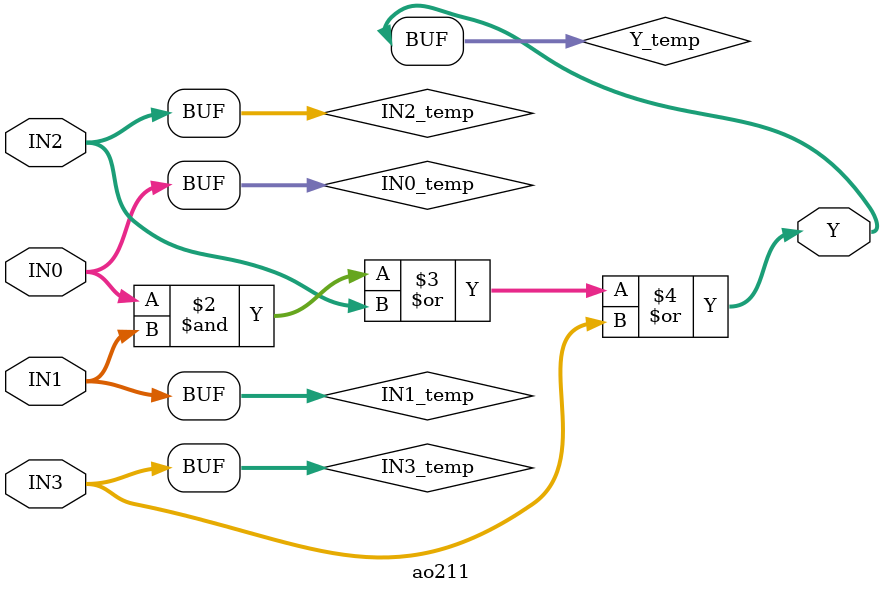
<source format=v>
module ao211(IN0,IN1,IN2,IN3,Y);
  parameter N = 8;
  parameter DPFLAG = 0;
  parameter GROUP = "std";
  parameter
        d_IN0 = 0,
        d_IN1 = 0,
        d_IN2 = 0,
        d_IN3 = 0,
        d_Y = 1;
  input [(N - 1):0] IN0;
  input [(N - 1):0] IN1;
  input [(N - 1):0] IN2;
  input [(N - 1):0] IN3;
  output [(N - 1):0] Y;
  wire [(N - 1):0] IN0_temp;
  wire [(N - 1):0] IN1_temp;
  wire [(N - 1):0] IN2_temp;
  wire [(N - 1):0] IN3_temp;
  reg [(N - 1):0] Y_temp;
  assign #(d_IN0) IN0_temp = IN0;
  assign #(d_IN1) IN1_temp = IN1;
  assign #(d_IN2) IN2_temp = IN2;
  assign #(d_IN3) IN3_temp = IN3;
  assign #(d_Y) Y = Y_temp;
  initial
    begin
    if((DPFLAG == 1))
      $display("(WARNING) The instance %m of type ao211 can't be implemented as a data-path cell");
    end
  always
    @(IN0_temp or IN1_temp or IN2_temp or IN3_temp)
      begin
      Y_temp = (((IN0_temp & IN1_temp) | IN2_temp) | IN3_temp);
      end
endmodule

</source>
